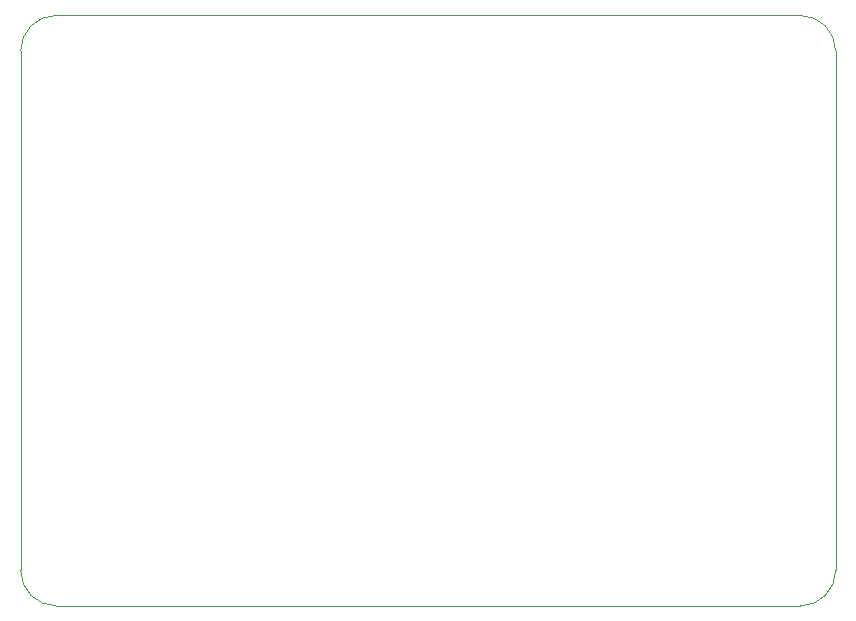
<source format=gbr>
G04 #@! TF.GenerationSoftware,KiCad,Pcbnew,8.0.3+1*
G04 #@! TF.CreationDate,2024-10-28T11:01:19+00:00*
G04 #@! TF.ProjectId,STM32103_Devel,53544d33-3231-4303-935f-446576656c2e,0.0.3*
G04 #@! TF.SameCoordinates,Original*
G04 #@! TF.FileFunction,Profile,NP*
%FSLAX46Y46*%
G04 Gerber Fmt 4.6, Leading zero omitted, Abs format (unit mm)*
G04 Created by KiCad (PCBNEW 8.0.3+1) date 2024-10-28 11:01:19*
%MOMM*%
%LPD*%
G01*
G04 APERTURE LIST*
G04 #@! TA.AperFunction,Profile*
%ADD10C,0.050000*%
G04 #@! TD*
G04 APERTURE END LIST*
D10*
X166000000Y-70000000D02*
X103000000Y-70000000D01*
X100000000Y-117000000D02*
X100000000Y-73000000D01*
X166000000Y-120000000D02*
X103000000Y-120000000D01*
X169000000Y-73000000D02*
X169000000Y-117000000D01*
X100000000Y-73000000D02*
G75*
G02*
X103000000Y-70000000I3000000J0D01*
G01*
X169000000Y-117000000D02*
G75*
G02*
X166000000Y-120000000I-3000000J0D01*
G01*
X166000000Y-70000000D02*
G75*
G02*
X169000000Y-73000000I0J-3000000D01*
G01*
X103000000Y-120000000D02*
G75*
G02*
X100000000Y-117000000I0J3000000D01*
G01*
M02*

</source>
